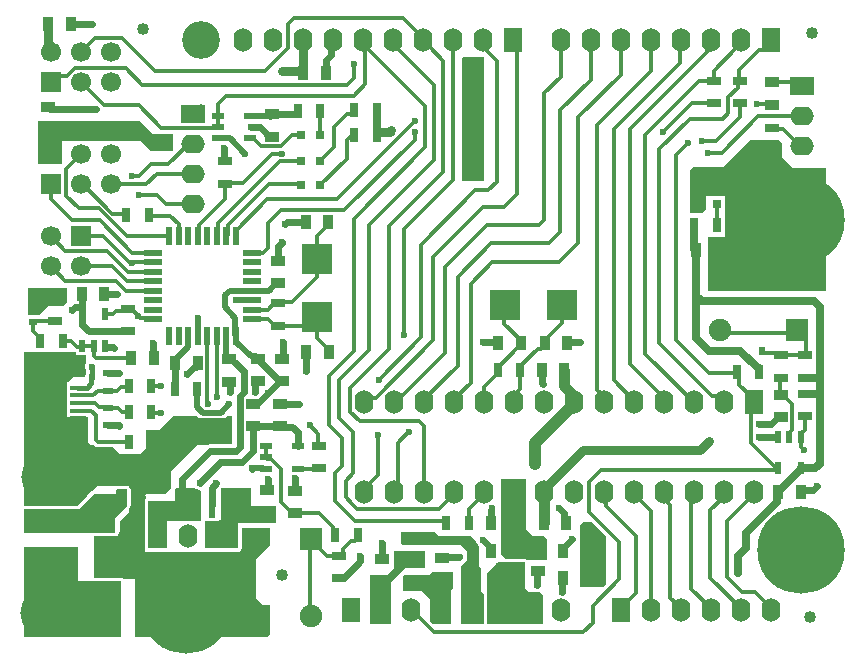
<source format=gtl>
G04*
G04 #@! TF.GenerationSoftware,Altium Limited,Altium Designer,21.1.1 (26)*
G04*
G04 Layer_Physical_Order=1*
G04 Layer_Color=255*
%FSLAX44Y44*%
%MOMM*%
G71*
G04*
G04 #@! TF.SameCoordinates,2A0D6200-5384-45BE-AE35-18FCF66999C0*
G04*
G04*
G04 #@! TF.FilePolarity,Positive*
G04*
G01*
G75*
%ADD11C,0.5000*%
%ADD12C,0.4000*%
%ADD14R,0.7000X1.3000*%
%ADD15R,0.6000X2.2000*%
%ADD16R,3.5000X2.2000*%
%ADD17R,2.7000X2.0000*%
%ADD18R,1.3000X0.7000*%
%ADD19R,1.6000X3.0000*%
%ADD20R,1.3500X0.4000*%
%ADD21R,1.9000X1.9000*%
%ADD22R,1.4000X1.6000*%
%ADD23R,0.5500X1.5000*%
%ADD24R,1.5000X0.5500*%
%ADD25R,1.0000X0.5500*%
%ADD26R,0.5500X1.0000*%
%ADD27R,2.5000X2.6000*%
%ADD28R,2.6000X2.5000*%
%ADD29R,0.9000X0.6000*%
%ADD30R,0.9000X1.3000*%
%ADD31R,1.3000X0.9000*%
%ADD32R,0.8000X0.8000*%
%ADD33R,0.6858X0.5588*%
%ADD34R,0.5588X0.6858*%
%ADD35C,0.6000*%
%ADD64C,1.9000*%
%ADD65R,1.9000X1.9000*%
%ADD71C,0.3000*%
%ADD72C,1.0160*%
%ADD73C,0.3000*%
%ADD74C,0.5500*%
%ADD75C,0.6500*%
%ADD76C,0.8000*%
%ADD77C,0.7000*%
%ADD78C,1.0000*%
%ADD79C,0.9000*%
%ADD80R,2.0000X1.6000*%
%ADD81O,2.0000X1.6000*%
%ADD82R,1.6000X2.0000*%
%ADD83O,1.6000X2.0000*%
%ADD84C,4.0000*%
%ADD85C,1.7000*%
%ADD86R,1.7000X1.7000*%
G04:AMPARAMS|DCode=87|XSize=2mm|YSize=1.2mm|CornerRadius=0.36mm|HoleSize=0mm|Usage=FLASHONLY|Rotation=0.000|XOffset=0mm|YOffset=0mm|HoleType=Round|Shape=RoundedRectangle|*
%AMROUNDEDRECTD87*
21,1,2.0000,0.4800,0,0,0.0*
21,1,1.2800,1.2000,0,0,0.0*
1,1,0.7200,0.6400,-0.2400*
1,1,0.7200,-0.6400,-0.2400*
1,1,0.7200,-0.6400,0.2400*
1,1,0.7200,0.6400,0.2400*
%
%ADD87ROUNDEDRECTD87*%
%ADD88C,7.4000*%
%ADD89C,3.2000*%
%ADD90C,0.6000*%
G36*
X112000Y429000D02*
X129000D01*
Y414000D01*
X110000D01*
X101000Y423000D01*
X35000D01*
Y403000D01*
X15000D01*
Y440000D01*
X101000D01*
X112000Y429000D01*
D02*
G37*
G36*
X38862Y286766D02*
X35560Y283464D01*
Y283210D01*
X23622D01*
X15700Y275288D01*
X6604D01*
Y297942D01*
X38862D01*
Y286766D01*
D02*
G37*
G36*
X46500Y241250D02*
X55000D01*
Y234754D01*
X54250Y232943D01*
Y230557D01*
X55000Y228746D01*
Y225726D01*
X54230Y223867D01*
Y223000D01*
X44000D01*
X40000Y219000D01*
Y219000D01*
X38995D01*
Y209000D01*
Y202500D01*
Y196000D01*
Y189500D01*
X57000D01*
Y168000D01*
X60000Y165000D01*
X61917D01*
X62013Y164904D01*
X63502Y163909D01*
X65257Y163560D01*
X78440D01*
X84000Y158000D01*
X101000D01*
X106000Y163000D01*
Y178000D01*
X117000D01*
X129000Y190000D01*
X149498D01*
X150890Y188609D01*
X152709Y187393D01*
X154855Y186966D01*
X169324D01*
X171470Y187393D01*
X173289Y188609D01*
X174681Y190000D01*
X179382D01*
Y166117D01*
X160000D01*
X157659Y165652D01*
X156683Y165000D01*
X149000D01*
X127000Y143000D01*
Y129000D01*
X122000Y124000D01*
X106000D01*
X105000Y123000D01*
X106000Y122000D01*
Y120272D01*
X105837Y120163D01*
X105174Y119171D01*
X104941Y118000D01*
Y78000D01*
X105174Y76830D01*
X105200Y76791D01*
Y75000D01*
X107704D01*
X108000Y74941D01*
X124000Y74941D01*
X124295Y75000D01*
X140879D01*
X141600Y74905D01*
X142321Y75000D01*
X155704D01*
X156000Y74941D01*
X166725D01*
X167000Y74905D01*
X167274Y74941D01*
X184000D01*
X185170Y75174D01*
X186163Y75837D01*
X186826Y76830D01*
X187059Y78000D01*
Y95000D01*
X211000D01*
Y81000D01*
X199000Y69000D01*
Y36000D01*
X205000Y30000D01*
X211000D01*
Y5000D01*
X209000Y3000D01*
X97000D01*
Y52000D01*
X87272D01*
X87163Y52163D01*
X86171Y52826D01*
X85000Y53059D01*
X62000D01*
Y87941D01*
X80000D01*
X81171Y88174D01*
X81658Y88500D01*
X82000D01*
Y88728D01*
X82163Y88837D01*
X82826Y89829D01*
X83059Y91000D01*
Y92059D01*
X84000Y93000D01*
Y101000D01*
X92000Y109000D01*
Y111653D01*
X92263Y111942D01*
X92534Y112393D01*
X92826Y112829D01*
X92840Y112902D01*
X92878Y112965D01*
X92956Y113485D01*
X93059Y114000D01*
X93059Y128000D01*
X92826Y129171D01*
X92163Y130163D01*
X92000Y130272D01*
Y131000D01*
X90295D01*
X90000Y131059D01*
X81898D01*
X81898Y131059D01*
X81603Y131000D01*
X65000D01*
X60819Y126819D01*
X60778Y126791D01*
X60717Y126777D01*
X60284Y126461D01*
X59837Y126163D01*
X59803Y126111D01*
X59752Y126075D01*
X55885Y121885D01*
X48059Y114059D01*
X3000Y114059D01*
Y244000D01*
X10264D01*
Y243738D01*
X23264D01*
Y244000D01*
X29264D01*
Y243738D01*
X42264D01*
Y244000D01*
X46500D01*
Y241250D01*
D02*
G37*
G36*
X147813Y128977D02*
X148239Y128551D01*
X148796Y128321D01*
X149297Y127986D01*
X149888Y127869D01*
X150444Y127638D01*
X151047D01*
X151638Y127520D01*
X151730Y127539D01*
X153000Y126742D01*
Y101295D01*
X152941Y101000D01*
Y101000D01*
X142321D01*
X141600Y101095D01*
X140879Y101000D01*
X124000D01*
Y78000D01*
X108000Y78000D01*
Y118000D01*
X131000D01*
Y128000D01*
X132000Y129000D01*
X147780D01*
X147813Y128977D01*
D02*
G37*
G36*
X90000Y114000D02*
X80000Y103000D01*
Y91000D01*
X3000D01*
Y111000D01*
X50000Y111000D01*
X62000Y124000D01*
X81000D01*
X81000Y127102D01*
X81898Y128000D01*
X90000D01*
X90000Y114000D01*
D02*
G37*
G36*
X195000Y114000D02*
X216000D01*
Y99000D01*
X184000D01*
Y78000D01*
X156000D01*
Y99730D01*
X156000Y101000D01*
X168000D01*
Y102000D01*
X170000D01*
Y128858D01*
X170095Y129000D01*
X195000D01*
Y114000D01*
D02*
G37*
G36*
X49000Y50000D02*
X85000D01*
Y3000D01*
X3000D01*
Y79000D01*
X49000D01*
Y50000D01*
D02*
G37*
G36*
X392684Y493903D02*
X392684Y388874D01*
X373634Y388874D01*
X373634Y492738D01*
X374799Y493903D01*
X392684Y493903D01*
D02*
G37*
G36*
X645000Y421000D02*
Y409000D01*
X654000Y400000D01*
X682000D01*
Y296000D01*
X582000D01*
Y341212D01*
X583034Y341782D01*
X596034D01*
Y360782D01*
X596000D01*
Y362062D01*
X596280D01*
Y376062D01*
X582280D01*
Y376000D01*
X580000D01*
Y365000D01*
X580000D01*
X577000Y362000D01*
X567000D01*
Y398000D01*
X570000Y401000D01*
X595000D01*
X618000Y424000D01*
X642000D01*
X645000Y421000D01*
D02*
G37*
G36*
X428000Y94000D02*
X434000Y88000D01*
X443000D01*
X446000Y85000D01*
Y68000D01*
X429272D01*
X429163Y68163D01*
X428171Y68826D01*
X427000Y69059D01*
X410941D01*
X407000Y73000D01*
Y137000D01*
X428000D01*
Y94000D01*
D02*
G37*
G36*
X496000Y87511D02*
X496000Y47321D01*
X493679Y45000D01*
X474000Y45000D01*
Y98000D01*
X476000Y100000D01*
X483511D01*
X496000Y87511D01*
D02*
G37*
G36*
X427000Y44000D02*
X430000Y41000D01*
X439000D01*
X442000Y38000D01*
Y14000D01*
X395059D01*
Y39000D01*
X395059Y39000D01*
X395000Y39296D01*
Y57000D01*
X404000Y66000D01*
X427000D01*
X427000Y44000D01*
D02*
G37*
G36*
X354000Y88000D02*
X381000D01*
X385976Y83024D01*
X386098Y82409D01*
X387424Y80424D01*
X388000Y79848D01*
Y63000D01*
X390000Y61000D01*
Y41000D01*
X392000Y39000D01*
Y14000D01*
X373000D01*
Y63000D01*
X378000Y68000D01*
Y76000D01*
X373000Y81000D01*
X323000D01*
X322000Y82000D01*
Y92000D01*
X350000D01*
X354000Y88000D01*
D02*
G37*
G36*
X366000Y44000D02*
X364000Y42000D01*
Y14000D01*
X348989D01*
X347000Y15989D01*
Y35000D01*
X340000Y42000D01*
X324000D01*
Y54674D01*
X324326Y55000D01*
X346000D01*
X349000Y58000D01*
X366000D01*
Y44000D01*
D02*
G37*
G36*
X342000Y61000D02*
X326000D01*
X314000Y49000D01*
Y14000D01*
X296000D01*
Y55000D01*
X310000Y55000D01*
X316000Y61000D01*
X316000Y76000D01*
X342000Y76000D01*
X342000Y61000D01*
D02*
G37*
D11*
X195000Y240500D02*
X199000D01*
X182000Y253250D02*
Y258000D01*
X182500Y253000D02*
X195000Y240500D01*
X199000D02*
X201000Y238500D01*
X173000Y292000D02*
X177000Y296000D01*
X196000D01*
X154855Y192574D02*
X169324D01*
X149500Y197929D02*
X154855Y192574D01*
X149500Y197929D02*
Y213000D01*
X169324Y192574D02*
X176500Y199750D01*
X181875Y258125D02*
Y273000D01*
X173000Y281875D02*
X181875Y273000D01*
X173000Y281875D02*
Y292000D01*
X196000Y296000D02*
X210000D01*
X142000Y248000D02*
Y258000D01*
X131000Y237000D02*
X142000Y248000D01*
X210000Y296000D02*
X216250Y302250D01*
X174000Y240500D02*
Y258000D01*
D12*
X48745Y214000D02*
X56000D01*
X59828Y217828D01*
Y222001D01*
X60039Y222212D01*
X59903Y222347D02*
X60039Y222212D01*
X59828Y222271D02*
X60230Y222674D01*
Y231730D01*
X60250Y231750D01*
D14*
X423000Y229000D02*
D03*
X404000D02*
D03*
X301500Y449000D02*
D03*
X282500D02*
D03*
Y428000D02*
D03*
X301500D02*
D03*
X108500Y360000D02*
D03*
X89500D02*
D03*
X110500Y215000D02*
D03*
X91500D02*
D03*
Y193000D02*
D03*
X110500D02*
D03*
Y168000D02*
D03*
X91500D02*
D03*
X379500Y99000D02*
D03*
X360500D02*
D03*
X625500Y227000D02*
D03*
X606500D02*
D03*
X253492Y447802D02*
D03*
X234492D02*
D03*
X589534Y351282D02*
D03*
X570534D02*
D03*
X16764Y253238D02*
D03*
X35764D02*
D03*
X285500Y89000D02*
D03*
X266500D02*
D03*
X149500Y213000D02*
D03*
X130500D02*
D03*
D15*
X136600Y115000D02*
D03*
X149300D02*
D03*
X162000D02*
D03*
X174700D02*
D03*
X187400D02*
D03*
D16*
X162000Y177000D02*
D03*
D17*
X21500Y68750D02*
D03*
Y100750D02*
D03*
D18*
X173250Y386500D02*
D03*
Y405500D02*
D03*
X91000Y261500D02*
D03*
Y280500D02*
D03*
X218000Y266500D02*
D03*
Y285500D02*
D03*
X609346Y473812D02*
D03*
Y454812D02*
D03*
X586740Y454660D02*
D03*
Y473660D02*
D03*
X636000Y433500D02*
D03*
Y414500D02*
D03*
X664000Y208750D02*
D03*
Y189750D02*
D03*
X29210Y270510D02*
D03*
Y289510D02*
D03*
X664000Y222500D02*
D03*
Y241500D02*
D03*
X270000Y71500D02*
D03*
Y52500D02*
D03*
X253000Y164500D02*
D03*
Y145500D02*
D03*
X643500Y222500D02*
D03*
Y241500D02*
D03*
X332740Y85954D02*
D03*
Y66954D02*
D03*
Y47904D02*
D03*
Y66904D02*
D03*
D19*
X70000Y71500D02*
D03*
Y30500D02*
D03*
X71000Y147500D02*
D03*
Y106500D02*
D03*
D20*
X48745Y214000D02*
D03*
Y207500D02*
D03*
Y201000D02*
D03*
Y194500D02*
D03*
Y188000D02*
D03*
D21*
X21995Y213000D02*
D03*
Y189000D02*
D03*
X245500Y85500D02*
D03*
D22*
X46495Y169000D02*
D03*
Y233000D02*
D03*
D23*
X182000Y258000D02*
D03*
X174000D02*
D03*
X166000D02*
D03*
X158000D02*
D03*
X150000D02*
D03*
X142000D02*
D03*
X134000D02*
D03*
X126000D02*
D03*
Y342000D02*
D03*
X134000D02*
D03*
X142000D02*
D03*
X150000D02*
D03*
X158000D02*
D03*
X166000D02*
D03*
X174000D02*
D03*
X182000D02*
D03*
D24*
X112000Y272000D02*
D03*
Y280000D02*
D03*
Y288000D02*
D03*
Y296000D02*
D03*
Y304000D02*
D03*
Y312000D02*
D03*
Y320000D02*
D03*
Y328000D02*
D03*
X196000Y320000D02*
D03*
Y312000D02*
D03*
Y304000D02*
D03*
Y296000D02*
D03*
Y288000D02*
D03*
Y280000D02*
D03*
Y272000D02*
D03*
Y328000D02*
D03*
D25*
X194500Y425000D02*
D03*
Y444000D02*
D03*
X167500Y425000D02*
D03*
Y434500D02*
D03*
Y444000D02*
D03*
X234480Y145440D02*
D03*
Y164440D02*
D03*
X207480Y145440D02*
D03*
Y154940D02*
D03*
Y164440D02*
D03*
D26*
X52250Y249250D02*
D03*
X61750D02*
D03*
X71250D02*
D03*
X52250Y276250D02*
D03*
X71250D02*
D03*
X660500Y172500D02*
D03*
X651000D02*
D03*
X641500D02*
D03*
X660500Y145500D02*
D03*
X641500D02*
D03*
D27*
X409750Y284250D02*
D03*
X458750D02*
D03*
D28*
X251000Y322500D02*
D03*
Y273500D02*
D03*
D29*
X74000Y226500D02*
D03*
Y211500D02*
D03*
Y182000D02*
D03*
Y197000D02*
D03*
D30*
X93522Y238760D02*
D03*
X112522D02*
D03*
X571500Y330200D02*
D03*
X590500D02*
D03*
X459500Y53000D02*
D03*
X478500D02*
D03*
X131000Y235000D02*
D03*
X150000D02*
D03*
X260500Y354000D02*
D03*
X241500D02*
D03*
X261000Y244000D02*
D03*
X242000D02*
D03*
X382000Y49000D02*
D03*
X401000D02*
D03*
X23500Y522000D02*
D03*
X42500D02*
D03*
X478500Y76000D02*
D03*
X459500D02*
D03*
X460500Y229000D02*
D03*
X441500D02*
D03*
X239420Y480568D02*
D03*
X258420D02*
D03*
X417500Y76000D02*
D03*
X398500D02*
D03*
X417000Y99000D02*
D03*
X398000D02*
D03*
X442772Y99314D02*
D03*
X461772D02*
D03*
X423250Y252000D02*
D03*
X404250D02*
D03*
X444000D02*
D03*
X463000D02*
D03*
X660500Y126000D02*
D03*
X641500D02*
D03*
X51866Y293624D02*
D03*
X70866D02*
D03*
D31*
X643500Y188750D02*
D03*
Y207750D02*
D03*
X232000Y126500D02*
D03*
Y107500D02*
D03*
X197000Y181500D02*
D03*
Y200500D02*
D03*
X438000Y58500D02*
D03*
Y77500D02*
D03*
X221250Y219250D02*
D03*
Y238250D02*
D03*
X201000Y238500D02*
D03*
Y219500D02*
D03*
X218250Y302250D02*
D03*
Y321250D02*
D03*
X176750Y238000D02*
D03*
Y219000D02*
D03*
X23000Y432750D02*
D03*
Y451750D02*
D03*
X636000Y472500D02*
D03*
Y453500D02*
D03*
X116000Y112500D02*
D03*
Y131500D02*
D03*
X209000Y108000D02*
D03*
Y127000D02*
D03*
X306000Y49500D02*
D03*
Y68500D02*
D03*
X356616Y50698D02*
D03*
Y69698D02*
D03*
X212500Y426500D02*
D03*
Y445500D02*
D03*
X219964Y181406D02*
D03*
Y200406D02*
D03*
D32*
X589280Y369062D02*
D03*
X573280D02*
D03*
X237492Y427482D02*
D03*
X253492D02*
D03*
X253500Y405500D02*
D03*
X237500D02*
D03*
X253500Y385250D02*
D03*
X237500D02*
D03*
D33*
X10668Y269494D02*
D03*
Y293878D02*
D03*
D34*
X628000Y245000D02*
D03*
X603616D02*
D03*
D35*
X459500Y78000D02*
X467153Y85653D01*
X459500Y76000D02*
Y78000D01*
X149700Y110500D02*
Y121000D01*
X162000Y129394D02*
X165441Y132835D01*
X162000Y115000D02*
Y129394D01*
X212558Y445558D02*
X212741Y445375D01*
X210968Y444000D02*
X212660Y445692D01*
X210500Y426500D02*
X212500D01*
X209000Y428000D02*
Y428500D01*
Y428000D02*
X210500Y426500D01*
X195409Y434591D02*
X202909D01*
X209000Y428500D01*
X258500Y480648D02*
Y491250D01*
Y480480D02*
Y480648D01*
X259080Y481228D01*
X258420Y480568D02*
X258500Y480648D01*
X223750Y352500D02*
X225250Y354000D01*
X160000Y160000D02*
X181985D01*
X185500Y163515D01*
Y207071D01*
X187490Y150691D02*
X197000Y160201D01*
X185500Y207071D02*
X188735Y210306D01*
X63209Y450250D02*
X63459Y450000D01*
X24500Y450250D02*
X63209D01*
X23000Y451750D02*
X24500Y450250D01*
X148500Y231500D02*
X150000Y233000D01*
X146500Y231500D02*
X148500D01*
X150000Y233000D02*
Y235000D01*
X140750Y225750D02*
X146500Y231500D01*
X270000Y52500D02*
X270500Y53000D01*
X287750Y67250D02*
Y71250D01*
X273500Y53000D02*
X287750Y67250D01*
X270500Y53000D02*
X273500D01*
X458750Y52250D02*
X459500Y53000D01*
X458750Y41250D02*
Y52250D01*
X456250Y111709D02*
X460272Y107687D01*
Y100814D02*
Y107687D01*
X259080Y491998D02*
X262600Y495518D01*
Y506440D01*
X83250Y182000D02*
X83487Y181763D01*
X74000Y182000D02*
X83250D01*
X52058Y276442D02*
Y284937D01*
X51004Y283883D02*
X51004D01*
X49300Y282179D02*
X51004Y283883D01*
X45959Y282179D02*
X49300D01*
X43180Y279400D02*
X45959Y282179D01*
X51004Y283883D02*
X52058Y284937D01*
X151638Y133638D02*
X168691Y150691D01*
X188735Y210306D02*
Y228015D01*
X180250Y236500D02*
X188735Y228015D01*
X137000Y137000D02*
X160000Y160000D01*
X639000Y172000D02*
X639000Y172000D01*
X625000Y172000D02*
X639000D01*
X219964Y181406D02*
X220634Y180736D01*
X219917Y181453D02*
X219964Y181406D01*
X641500Y188750D02*
X643500D01*
X635750Y183000D02*
X641500Y188750D01*
X625541Y183000D02*
X635750D01*
X201545Y237045D02*
X217750Y220841D01*
Y220750D02*
Y220841D01*
Y220750D02*
X219250Y219250D01*
X221250D01*
X197000Y160201D02*
Y181500D01*
X168691Y150691D02*
X187490D01*
X137000Y123334D02*
Y137000D01*
X670500Y127000D02*
X674500Y131000D01*
X661000Y127000D02*
X670500D01*
X441750Y217500D02*
Y228750D01*
X441500Y229000D02*
X441750Y228750D01*
Y217500D02*
X442000Y217250D01*
X391250Y252500D02*
X403750D01*
X404250Y252000D01*
X463000D02*
X463250Y252250D01*
X473750D01*
X442175Y202605D02*
X442850Y201930D01*
X70866Y293624D02*
X71240Y293250D01*
X81250D01*
X112386Y238896D02*
Y251864D01*
Y238896D02*
X112522Y238760D01*
X112250Y252000D02*
X112386Y251864D01*
X177250Y210000D02*
Y218500D01*
X198250Y210000D02*
Y218250D01*
X220011Y200453D02*
X235953D01*
X236000Y200500D01*
X219964Y200406D02*
X220011Y200453D01*
X241750Y243750D02*
X242000Y244000D01*
X241750Y228500D02*
Y243750D01*
X241500Y228250D02*
X241750Y228500D01*
X221250Y238250D02*
X221750Y238750D01*
Y252500D01*
X221000Y336709D02*
Y337250D01*
X218250Y321250D02*
Y333959D01*
X221000Y336709D01*
X225250Y354000D02*
X241500D01*
X44000Y522000D02*
X44500Y521500D01*
X60250D01*
X456250Y111709D02*
Y112250D01*
X391750Y84750D02*
Y85000D01*
X398500Y76000D02*
Y78000D01*
X391750Y84750D02*
X398500Y78000D01*
X398000Y99000D02*
Y109959D01*
X357168Y70750D02*
X371250D01*
X356616Y69698D02*
X357285Y70367D01*
X306000Y68498D02*
Y82000D01*
Y68498D02*
X306324Y68174D01*
X195500Y145500D02*
X195530Y145470D01*
X232000Y126500D02*
Y137250D01*
X209000Y127000D02*
X209500Y127500D01*
Y136750D01*
X72000Y248133D02*
X78617D01*
X79000Y247750D01*
X74000Y226500D02*
X83000D01*
X74000Y226500D02*
X74000Y226500D01*
X225750Y445250D02*
X232992D01*
X234492Y446750D02*
Y447802D01*
X232992Y445250D02*
X234492Y446750D01*
X225625Y445375D02*
X225750Y445250D01*
X212741Y445375D02*
X225625D01*
X172250Y406500D02*
X173250Y405500D01*
X172250Y406500D02*
Y417250D01*
X52058Y284937D02*
Y293432D01*
Y276442D02*
X52250Y276250D01*
X51866Y293624D02*
X52058Y293432D01*
X52250Y266750D02*
Y276250D01*
Y266750D02*
X57500Y261500D01*
X91000D01*
X234480Y164440D02*
Y176376D01*
X220634Y180736D02*
X230121D01*
X234480Y176376D01*
X197047Y181453D02*
X219917D01*
X197000Y181500D02*
X197047Y181453D01*
X437500Y47250D02*
Y58000D01*
X438000Y58500D01*
X130750Y234750D02*
X131000Y235000D01*
X130750Y213250D02*
Y234750D01*
X130500Y213000D02*
X130750Y213250D01*
X131000Y235000D02*
Y237000D01*
X209250Y209250D02*
X219250Y219250D01*
X200500Y200500D02*
X209250Y209250D01*
X216250Y302250D02*
X218250D01*
X116000Y112500D02*
X116200Y112300D01*
X238238Y481750D02*
X239420Y480568D01*
D64*
X657500Y307500D02*
D03*
X592500D02*
D03*
Y262500D02*
D03*
X245500Y20500D02*
D03*
X200500D02*
D03*
Y85500D02*
D03*
D65*
X657500Y262500D02*
D03*
D71*
X422371Y248454D02*
D03*
D72*
X103886Y517652D02*
D03*
X670052Y514096D02*
D03*
X668274Y19558D02*
D03*
X220980Y55118D02*
D03*
D73*
X457000Y501000D02*
X457200Y500800D01*
Y477200D02*
Y500800D01*
X359000Y316000D02*
X395000Y352000D01*
X317368Y201930D02*
X323167Y207729D01*
X323729D02*
X352000Y236000D01*
X352000D01*
X323167Y207729D02*
X323729D01*
X352000Y236000D02*
X359000Y243000D01*
Y316000D01*
X395000Y352000D02*
X439000D01*
X443000Y356000D01*
Y463000D01*
X457200Y477200D01*
X508000Y479000D02*
Y500000D01*
X253891Y77500D02*
X259736Y71655D01*
X253500Y77500D02*
X253891D01*
X283500Y84278D02*
Y84318D01*
X279858Y84278D02*
X283500D01*
X273323Y73500D02*
Y77743D01*
X245500Y85500D02*
X253500Y77500D01*
X259736Y71655D02*
X269845D01*
X273323Y77743D02*
X279858Y84278D01*
X661750Y176000D02*
X662243D01*
X660500Y174750D02*
X661750Y176000D01*
X662243D02*
X664000Y177757D01*
Y189750D01*
X660500Y164000D02*
Y174750D01*
X647250Y241500D02*
X667750D01*
X599000Y260500D02*
X665079D01*
X627536Y243250D02*
X638250D01*
X607154Y471812D02*
X609154Y473812D01*
X607154Y467569D02*
Y471812D01*
X609154Y473812D02*
X609346D01*
X599346Y459762D02*
X607154Y467569D01*
X529000Y428192D02*
X574468Y473660D01*
X586740D01*
X392673Y214673D02*
X402000Y224000D01*
X392050Y201930D02*
X392673Y202553D01*
Y214673D01*
X282500Y447507D02*
Y449000D01*
X265750Y417750D02*
Y435000D01*
X280500Y445507D02*
X282500Y447507D01*
X265750Y435000D02*
X276257Y445507D01*
X280500D01*
X245250Y20500D02*
Y85500D01*
X509000Y28400D02*
X521000Y40400D01*
X660500Y164000D02*
X663000Y161500D01*
X422371Y248454D02*
X423250Y249333D01*
Y252000D01*
X404000Y231000D02*
X420500Y247500D01*
X421493Y247750D02*
X421866Y247949D01*
X420500Y247500D02*
X421260Y247750D01*
X421493Y247750D01*
X421866Y247949D02*
X422371Y248454D01*
X423000Y232000D02*
X438000Y247000D01*
X423000Y212998D02*
Y229000D01*
X438000Y247000D02*
X441000D01*
X441250Y247250D01*
X423000Y229000D02*
Y232000D01*
X423250Y252000D02*
Y254000D01*
X101250Y273250D02*
X110750D01*
X274000Y364000D02*
X334010Y424010D01*
Y430276D01*
X289560Y505440D02*
X292000Y503000D01*
Y471000D02*
Y503000D01*
X342646Y452354D01*
Y417646D02*
Y452354D01*
X282000Y461000D02*
X292000Y471000D01*
X119000Y434000D02*
X167500D01*
X70240Y453000D02*
X100000D01*
X119000Y434000D01*
X167500Y434500D02*
Y444000D01*
Y454250D01*
X261000Y182484D02*
Y224000D01*
X282000Y245000D02*
Y357000D01*
X265787Y118213D02*
Y141581D01*
Y118213D02*
X283000Y101000D01*
X261000Y224000D02*
X282000Y245000D01*
X174250Y461000D02*
X282000D01*
X261000Y182484D02*
X271780Y171704D01*
X50800Y472440D02*
X70240Y453000D01*
X283000Y101000D02*
X358500D01*
X167500Y454250D02*
X174250Y461000D01*
X271780Y147574D02*
Y171704D01*
X265787Y141581D02*
X271780Y147574D01*
X282000Y357000D02*
X342646Y417646D01*
X358500Y101000D02*
X360500Y99000D01*
X365760Y499995D02*
X365765Y500000D01*
X366000D01*
X365760Y389760D02*
Y499995D01*
X345000Y502000D02*
X346360D01*
X357632Y490728D01*
X482595Y500000D02*
X482600Y499995D01*
X481000Y500000D02*
X482595D01*
X482600Y474600D02*
Y499995D01*
X533000Y500000D02*
X533395D01*
X533400Y499995D01*
Y481900D02*
Y499995D01*
X558000Y488750D02*
Y501000D01*
X502000Y432750D02*
X558000Y488750D01*
X581040Y500040D02*
X583040D01*
X580761Y499761D02*
X581040Y500040D01*
X580761Y497761D02*
Y499761D01*
X516000Y433000D02*
X580761Y497761D01*
X516000Y233937D02*
Y433000D01*
X586740Y482346D02*
X605000Y500606D01*
Y502000D01*
X586740Y473660D02*
Y482346D01*
X625406Y499872D02*
X629158D01*
X599346Y446103D02*
Y459762D01*
X594973Y441730D02*
X599346Y446103D01*
X540730Y415730D02*
X566730Y441730D01*
X608076Y475082D02*
Y482542D01*
X566730Y441730D02*
X594973D01*
X608076Y482542D02*
X625406Y499872D01*
X585210Y207250D02*
X589250D01*
X540730Y251730D02*
X585210Y207250D01*
X540730Y251730D02*
Y415730D01*
X319278Y167278D02*
X328250Y176250D01*
X328500D01*
X319278Y134676D02*
Y167278D01*
X302750Y140030D02*
Y174250D01*
X290450Y127730D02*
X302750Y140030D01*
X303250Y220750D02*
X339000Y256500D01*
Y335000D01*
X268292Y373750D02*
X333962Y439420D01*
X334264D01*
X209000Y373750D02*
X268292D01*
X276174Y423674D02*
X280500Y428000D01*
X275082Y121168D02*
X280416Y115834D01*
X275082Y121168D02*
Y135128D01*
X281686Y141732D01*
Y176276D01*
X269748Y188214D02*
X281686Y176276D01*
X269748Y188214D02*
Y220472D01*
X280416Y231140D01*
X312000Y246468D02*
Y351000D01*
X278950Y193723D02*
Y213418D01*
X312000Y246468D01*
X280416Y231140D02*
Y231394D01*
X295000Y245978D01*
Y352000D01*
X280416Y115834D02*
Y115834D01*
X362163Y121243D02*
X366650Y125730D01*
X354074Y111250D02*
X366650Y123826D01*
X278950Y193723D02*
X287173Y185500D01*
X280416Y115834D02*
X285000Y111250D01*
X287173Y185500D02*
X337000D01*
X66802Y355600D02*
X94402Y328000D01*
X25400Y373888D02*
X43688Y355600D01*
X66802D01*
X25400Y373888D02*
Y386080D01*
X94402Y328000D02*
X112000D01*
X150000Y342000D02*
X150850Y342850D01*
Y351764D01*
X172720Y373634D02*
Y386500D01*
X150850Y351764D02*
X172720Y373634D01*
X38909Y477520D02*
X45829Y484440D01*
X30480Y477520D02*
X38909D01*
X285000Y111250D02*
X354074D01*
X366650Y123826D02*
Y125730D01*
X543846Y430244D02*
X568261Y454660D01*
X586740D01*
X314960Y505290D02*
X350012Y470238D01*
Y407012D02*
Y470238D01*
X295000Y352000D02*
X350012Y407012D01*
X312000Y351000D02*
X357632Y396632D01*
Y490728D01*
X315850Y125730D02*
Y131248D01*
X319278Y134676D01*
X250869Y322369D02*
X251000Y322500D01*
X250869Y307257D02*
Y322369D01*
X229855Y286243D02*
X250869Y307257D01*
X215743Y286243D02*
X229855D01*
X444000Y254000D02*
X458507Y268507D01*
Y284007D02*
X458750Y284250D01*
X458507Y268507D02*
Y284007D01*
X409194Y268056D02*
X423250Y254000D01*
X409194Y268056D02*
Y279806D01*
X324358Y258572D02*
Y348358D01*
X365760Y389760D01*
X91352Y168148D02*
X91500Y168000D01*
X65257Y168148D02*
X91352D01*
X63500Y169905D02*
X65257Y168148D01*
X63500Y169905D02*
Y191000D01*
X60000Y194500D02*
X63500Y191000D01*
X264500Y93000D02*
Y96000D01*
Y93000D02*
X266500Y91000D01*
X232000Y107500D02*
X253000D01*
X264500Y96000D01*
X484250Y29082D02*
X506984Y51816D01*
Y83016D01*
X484250Y14750D02*
Y29082D01*
X481000Y109000D02*
X506984Y83016D01*
X618000Y167000D02*
X641000Y144000D01*
X606500Y226000D02*
X608500Y224000D01*
X207480Y154940D02*
Y164440D01*
Y154940D02*
X208730Y153690D01*
X211930D01*
X220465Y145155D01*
Y117035D02*
Y145155D01*
Y117035D02*
X230000Y107500D01*
X232000D01*
X245000Y182000D02*
X252000Y175000D01*
Y164500D02*
Y175000D01*
X234480Y145440D02*
X234510Y145470D01*
X249970D02*
X250000Y145500D01*
X234510Y145470D02*
X249970D01*
X403000Y388000D02*
Y490743D01*
X396000Y381000D02*
X403000Y388000D01*
X385000Y381000D02*
X396000D01*
X339000Y335000D02*
X385000Y381000D01*
X391160Y502583D02*
X403000Y490743D01*
X409000Y367000D02*
X420000Y378000D01*
X416560Y508000D02*
X420000Y504560D01*
Y378000D02*
Y504560D01*
X391146Y367000D02*
X409000D01*
X349000Y324854D02*
X391146Y367000D01*
X391160Y502583D02*
Y508000D01*
X349000Y254000D02*
Y324854D01*
X300529Y205529D02*
X349000Y254000D01*
X294049Y205529D02*
X300529D01*
X457000Y346000D02*
Y449000D01*
X398000Y336000D02*
X447000D01*
X457000Y346000D01*
Y449000D02*
X482600Y474600D01*
X472000Y443000D02*
X508000Y479000D01*
X456000Y320000D02*
X472000Y336000D01*
Y443000D01*
X555000Y254000D02*
Y411000D01*
X583000Y226000D02*
X606500D01*
X555000Y254000D02*
X583000Y226000D01*
X555000Y411000D02*
X565000Y421000D01*
X502000Y220072D02*
X519050Y203022D01*
X502000Y220072D02*
Y432750D01*
X529000Y242780D02*
X569850Y201930D01*
X529000Y242780D02*
Y428192D01*
X370000Y308000D02*
X398000Y336000D01*
X370000Y232680D02*
Y308000D01*
X341250Y203930D02*
X370000Y232680D01*
X381000Y218280D02*
Y302000D01*
X399000Y320000D01*
X456000D01*
X366650Y201930D02*
Y203930D01*
X381000Y218280D01*
X481000Y134000D02*
X491000Y144000D01*
X641000D01*
X618000Y167000D02*
Y199280D01*
X650000Y174250D02*
Y175000D01*
X653500Y178500D01*
Y199750D01*
X568000Y43600D02*
Y123880D01*
X569850Y125730D01*
X568000Y43600D02*
X584200Y27400D01*
X550000Y36200D02*
Y114662D01*
Y36200D02*
X558800Y27400D01*
X544450Y120212D02*
X550000Y114662D01*
X519050Y123730D02*
X533400Y109380D01*
Y25400D02*
Y109380D01*
X544450Y120212D02*
Y125730D01*
X521000Y40400D02*
Y88000D01*
X493650Y125730D02*
X495299Y124081D01*
Y113701D02*
Y124081D01*
Y113701D02*
X521000Y88000D01*
X519050Y123730D02*
Y125730D01*
X481000Y109000D02*
Y134000D01*
X100000Y393000D02*
X110000Y403000D01*
X125000D02*
X142600Y420600D01*
X110000Y403000D02*
X125000D01*
X142600Y420600D02*
X146000D01*
X94000Y393000D02*
X100000D01*
X106580Y386080D02*
X115700Y395200D01*
X146000D01*
X76200Y386080D02*
X106580D01*
X665079Y243671D02*
Y260500D01*
X618000Y199280D02*
X620650Y201930D01*
X175250Y351250D02*
X210000Y386000D01*
X236750D01*
X175250Y343250D02*
Y351250D01*
X236750Y386000D02*
X237500Y385250D01*
X182000Y346750D02*
X209000Y373750D01*
X167250Y353250D02*
X219500Y405500D01*
X188000Y387000D02*
X213000Y412000D01*
X219500Y405500D02*
X237500D01*
X167250Y343250D02*
Y353250D01*
X213000Y412000D02*
X221500D01*
X173750Y387000D02*
X188000D01*
X173250Y386500D02*
X173750Y387000D01*
X172720Y386500D02*
X173250D01*
X114000Y482000D02*
X207000D01*
X226500Y501500D02*
Y522000D01*
X85750Y510250D02*
X114000Y482000D01*
X207000D02*
X226500Y501500D01*
X63210Y510250D02*
X85750D01*
X577000Y423000D02*
X589000D01*
X609346Y443346D01*
Y454812D01*
X516000Y233937D02*
X544450Y205487D01*
X488000Y436500D02*
X533400Y481900D01*
X493650Y201930D02*
Y206537D01*
X488000Y212187D02*
X493650Y206537D01*
X488000Y212187D02*
Y436500D01*
X209750Y353250D02*
X220500Y364000D01*
X274000D01*
X594000Y413000D02*
X624600Y443600D01*
X582000Y413000D02*
X594000D01*
X624600Y443600D02*
X662000D01*
X519050Y201930D02*
Y203022D01*
X584000Y53000D02*
X609600Y27400D01*
X584000Y110473D02*
X595250Y121723D01*
X584000Y53000D02*
Y110473D01*
X598000Y53808D02*
Y101080D01*
Y53808D02*
X610831Y40977D01*
X598000Y101080D02*
X620650Y123730D01*
X595250Y121723D02*
Y125730D01*
X621423Y40977D02*
X635000Y27400D01*
X610831Y40977D02*
X621423D01*
X282250Y476250D02*
Y488250D01*
X276500Y470500D02*
X282250Y476250D01*
X91250Y214750D02*
X91500Y215000D01*
X82000Y211500D02*
X85250Y214750D01*
X65500Y211500D02*
X74000D01*
X85250Y214750D02*
X91250D01*
X74000Y211500D02*
X82000D01*
X82250Y197000D02*
X85500Y193750D01*
X90750D02*
X91500Y193000D01*
X74000Y197000D02*
X82250D01*
X85500Y193750D02*
X90750D01*
X48745Y194500D02*
X60000D01*
X78500Y276250D02*
X80750Y278500D01*
X89000D02*
X91000Y280500D01*
X80750Y278500D02*
X89000D01*
X71250Y276250D02*
X78500D01*
X91000Y280500D02*
X94000D01*
X77650Y316600D02*
X90250Y304000D01*
X50800Y316600D02*
X77650D01*
X37400Y304600D02*
X80650D01*
X89250Y296000D01*
X620650Y123730D02*
Y125730D01*
X636000Y433500D02*
X636750Y432750D01*
X645450D02*
X660000Y418200D01*
X636750Y432750D02*
X645450D01*
X645500Y207750D02*
X653500Y199750D01*
X643500Y207750D02*
X645500D01*
X643250Y208000D02*
Y222250D01*
Y208000D02*
X643500Y207750D01*
X94000Y320000D02*
X112000D01*
X100500Y377250D02*
X100750Y377000D01*
X115500D01*
X94000Y280500D02*
X99750Y274750D01*
X122700Y369800D02*
X146000D01*
X115500Y377000D02*
X122700Y369800D01*
X126750Y359250D02*
X133757Y352243D01*
X109250Y359250D02*
X126750D01*
X108500Y360000D02*
X109250Y359250D01*
X379500Y111180D02*
X392050Y123730D01*
Y125730D01*
X379500Y99000D02*
Y111180D01*
X166234Y206638D02*
Y257766D01*
X166000Y258000D02*
X166234Y257766D01*
Y206638D02*
X166468Y206404D01*
X158162Y200236D02*
X158324Y200074D01*
X158162Y200236D02*
Y257838D01*
X158000Y258000D02*
X158162Y257838D01*
X61750Y240975D02*
X63965Y238760D01*
X61750Y240975D02*
Y249250D01*
X63965Y238760D02*
X93522D01*
X110500Y193000D02*
X110750Y192750D01*
X118500D01*
X110500Y215000D02*
X118500D01*
X73750Y197250D02*
X74000Y197000D01*
X66500Y197250D02*
X73750D01*
X62750Y201000D02*
X66500Y197250D01*
X48745Y201000D02*
X62750D01*
X48745Y207500D02*
X61500D01*
X65500Y211500D01*
X47500Y248750D02*
X51750D01*
X52250Y249250D01*
X35764Y253238D02*
X43012D01*
X47500Y248750D01*
X10668Y262334D02*
X16764Y256238D01*
X10668Y262334D02*
Y269494D01*
X255500Y164940D02*
X256000Y164440D01*
X220750Y418500D02*
X229732Y427482D01*
X237492D01*
X203250Y418500D02*
X220750D01*
X196750Y425000D02*
X203250Y418500D01*
X194500Y425000D02*
X196750D01*
X253500Y405500D02*
X265750Y417750D01*
X276174Y407924D02*
Y423674D01*
X253500Y385250D02*
X276174Y407924D01*
X253492Y427482D02*
Y447802D01*
X166000Y342000D02*
X167250Y343250D01*
X174000Y342000D02*
X175250Y343250D01*
X182000Y342000D02*
Y346750D01*
X251000Y322500D02*
Y342500D01*
X260500Y352000D02*
Y354000D01*
X251000Y342500D02*
X260500Y352000D01*
X261000Y244000D02*
Y246000D01*
X251000Y256000D02*
X261000Y246000D01*
X251000Y256000D02*
Y261000D01*
X209500Y280000D02*
X215743Y286243D01*
X218000Y266500D02*
X244000D01*
X196000Y272000D02*
X209500D01*
X215000Y266500D01*
X218000D01*
X196000Y280000D02*
X209500D01*
X52250Y249250D02*
X61750D01*
X28702Y270002D02*
X29210Y270510D01*
X10668Y269494D02*
X11176Y270002D01*
X28702D01*
X16764Y253238D02*
Y256238D01*
X110750Y273250D02*
X112000Y272000D01*
X90250Y304000D02*
X112000D01*
X89250Y296000D02*
X112000D01*
X25400Y316600D02*
X37400Y304600D01*
X73000Y330000D02*
X91000Y312000D01*
X57000Y330000D02*
X57000Y330000D01*
X73000D01*
X25400Y342000D02*
X37400Y330000D01*
X57000D01*
X91000Y312000D02*
X112000D01*
X70000Y342000D02*
X92000Y320000D01*
X50800Y342000D02*
X70000D01*
X66000Y365750D02*
X89750Y342000D01*
X126000D01*
X50800Y386080D02*
X52741D01*
X49250Y365750D02*
X66000D01*
X52741Y386080D02*
X77571Y361250D01*
X88250D01*
X133757Y342243D02*
Y352243D01*
Y342243D02*
X134000Y342000D01*
X88250Y361250D02*
X89703Y359797D01*
X38750Y376250D02*
X49250Y365750D01*
X38750Y376250D02*
Y399430D01*
X50800Y411480D01*
X314960Y505290D02*
Y508000D01*
X103000Y470500D02*
X276500D01*
X89060Y484440D02*
X103000Y470500D01*
X45829Y484440D02*
X89060D01*
X231250Y526750D02*
X323610D01*
X226500Y522000D02*
X231250Y526750D01*
X323610D02*
X336180Y514180D01*
X50800Y497840D02*
X63210Y510250D01*
X417450Y207448D02*
X423000Y212998D01*
X417450Y201930D02*
Y207448D01*
X589407Y351409D02*
X589534Y351282D01*
X589280Y369062D02*
X589407Y368935D01*
Y351409D02*
Y368935D01*
X660000Y418200D02*
X662000D01*
X636000Y472500D02*
X658500D01*
X662000Y469000D01*
X145750Y446250D02*
X146000Y446000D01*
X152500Y452500D01*
X608500Y216080D02*
X620650Y203930D01*
X608500Y216080D02*
Y224000D01*
X476250Y6750D02*
X484250Y14750D01*
X349750Y6750D02*
X476250D01*
X331100Y25400D02*
X349750Y6750D01*
X330200Y25400D02*
X331100D01*
X209750Y335000D02*
Y353250D01*
X196000Y328000D02*
X196250Y328250D01*
X205500D01*
X209757Y332507D02*
Y334993D01*
X209750Y335000D02*
X209757Y334993D01*
X205500Y328250D02*
X209757Y332507D01*
X635750Y453750D02*
X636000Y453500D01*
X623500Y453750D02*
X635750D01*
X337000Y185500D02*
X341250Y181250D01*
X290450Y125730D02*
Y127730D01*
X341250Y125730D02*
Y181250D01*
D74*
X189639Y288000D02*
X196000D01*
X189639Y288000D02*
X189639Y288000D01*
X182118Y288036D02*
X182154Y288000D01*
X189639D01*
X205230Y145440D02*
X207480D01*
X195500Y145500D02*
X205170D01*
X205230Y145440D01*
X177000Y425000D02*
X190000Y412000D01*
X171388Y425000D02*
X177000D01*
X190000Y412000D02*
Y412000D01*
X150000Y258000D02*
Y272750D01*
X194500Y444000D02*
X210968D01*
D75*
X614000Y91250D02*
X640250Y117500D01*
Y124750D02*
X642750Y127250D01*
X614000Y78000D02*
Y91250D01*
X640250Y117500D02*
Y124750D01*
X642750Y127250D02*
X660000Y144500D01*
X676500Y149558D02*
Y208750D01*
X672692Y145750D02*
X676500Y149558D01*
X661000Y145750D02*
X672692D01*
X642750Y127250D02*
Y127250D01*
X664000Y208750D02*
X676500D01*
Y223000D01*
X625250Y230000D02*
Y230250D01*
X609500Y245000D02*
X624250Y230250D01*
X606033Y245000D02*
X609500D01*
X624250Y230250D02*
X625250D01*
X583000Y245000D02*
X601290D01*
X572000Y256000D02*
X583000Y245000D01*
X572000Y291686D02*
Y324548D01*
X571500Y330200D02*
X572000Y329700D01*
Y256000D02*
Y291686D01*
X576686Y287000D01*
X671814D01*
X570500Y331200D02*
Y348248D01*
X570534Y348282D02*
Y351282D01*
X570500Y331200D02*
X571500Y330200D01*
X570500Y348248D02*
X570534Y348282D01*
X608000Y72000D02*
X614000Y78000D01*
X607000Y71000D02*
X608000Y72000D01*
X607000Y57000D02*
Y71000D01*
X676500Y223000D02*
Y282314D01*
X676000Y222500D02*
X676500Y223000D01*
X664000Y222500D02*
X676000D01*
X671814Y287000D02*
X676500Y282314D01*
D76*
X239500Y480648D02*
Y507260D01*
X239420Y480568D02*
X239500Y480648D01*
X238760Y508000D02*
X239500Y507260D01*
X23678Y499562D02*
Y505926D01*
X23500Y506104D02*
X23678Y505926D01*
X23500Y506104D02*
Y522000D01*
X23678Y499562D02*
X25400Y497840D01*
X312500Y430500D02*
X314000Y432000D01*
X302000Y430500D02*
X312500D01*
X442850Y127730D02*
X476370Y161250D01*
X575500D01*
X583250Y169000D01*
X221000Y481750D02*
X238238D01*
D77*
X301500Y430000D02*
Y449000D01*
D78*
X442811Y125691D02*
X442850Y125730D01*
Y127730D01*
X435250Y149250D02*
Y166930D01*
X468250Y199930D01*
Y201930D01*
Y207177D01*
D79*
X442811Y99353D02*
Y125691D01*
X460500Y214927D02*
X468250Y207177D01*
X460500Y214927D02*
Y229000D01*
D80*
X146000Y446000D02*
D03*
X662000Y469000D02*
D03*
D81*
X146000Y420600D02*
D03*
Y395200D02*
D03*
Y369800D02*
D03*
X662000Y418200D02*
D03*
Y443600D02*
D03*
D82*
X116200Y88000D02*
D03*
X416560Y508000D02*
D03*
X635000D02*
D03*
X279400Y25400D02*
D03*
X508000D02*
D03*
X620650Y201930D02*
D03*
D83*
X141600Y88000D02*
D03*
X167000D02*
D03*
X391160Y508000D02*
D03*
X365760D02*
D03*
X340360D02*
D03*
X314960D02*
D03*
X289560D02*
D03*
X264160D02*
D03*
X238760D02*
D03*
X213360D02*
D03*
X187960D02*
D03*
X457200D02*
D03*
X482600D02*
D03*
X508000D02*
D03*
X533400D02*
D03*
X558800D02*
D03*
X584200D02*
D03*
X609600D02*
D03*
X457200Y25400D02*
D03*
X431800D02*
D03*
X406400D02*
D03*
X381000D02*
D03*
X355600D02*
D03*
X330200D02*
D03*
X304800D02*
D03*
X533400D02*
D03*
X558800D02*
D03*
X609600D02*
D03*
X635000D02*
D03*
X584200D02*
D03*
X290450Y125730D02*
D03*
X315850D02*
D03*
X341250D02*
D03*
X366650D02*
D03*
X392050D02*
D03*
X417450D02*
D03*
X442850D02*
D03*
X468250D02*
D03*
X493650D02*
D03*
X519050D02*
D03*
X544450D02*
D03*
X569850D02*
D03*
X595250D02*
D03*
X620650D02*
D03*
X290450Y201930D02*
D03*
X315850D02*
D03*
X341250D02*
D03*
X366650D02*
D03*
X392050D02*
D03*
X417450D02*
D03*
X442850D02*
D03*
X468250D02*
D03*
X493650D02*
D03*
X519050D02*
D03*
X544450D02*
D03*
X569850D02*
D03*
X595250D02*
D03*
D84*
X20000Y23000D02*
D03*
X21000Y138000D02*
D03*
D85*
X25400Y316600D02*
D03*
X50800D02*
D03*
X25400Y342000D02*
D03*
X76200Y411480D02*
D03*
X50800D02*
D03*
X25400D02*
D03*
X76200Y386080D02*
D03*
X50800D02*
D03*
X76200Y497840D02*
D03*
X50800D02*
D03*
X25400D02*
D03*
X76200Y472440D02*
D03*
X50800D02*
D03*
D86*
Y342000D02*
D03*
X25400Y386080D02*
D03*
Y472440D02*
D03*
D87*
X21995Y234000D02*
D03*
Y168000D02*
D03*
D88*
X660400Y76200D02*
D03*
Y355600D02*
D03*
X139700Y25400D02*
D03*
D89*
X152400Y508000D02*
D03*
D90*
X467153Y85653D02*
D03*
X165441Y132835D02*
D03*
X328500Y176250D02*
D03*
X302750Y174250D02*
D03*
X303250Y220750D02*
D03*
X314000Y432000D02*
D03*
X182118Y288036D02*
D03*
X116000Y148000D02*
D03*
X124000Y156000D02*
D03*
X116000D02*
D03*
X108000D02*
D03*
X129000Y176000D02*
D03*
X137000Y167000D02*
D03*
Y176000D02*
D03*
Y184000D02*
D03*
X387000Y482000D02*
D03*
X377750D02*
D03*
X543846Y430244D02*
D03*
X334264Y439420D02*
D03*
X334010Y430276D02*
D03*
X387096Y394462D02*
D03*
X378206D02*
D03*
X387152Y402507D02*
D03*
X387002Y489319D02*
D03*
X324358Y258572D02*
D03*
X10668Y278384D02*
D03*
X151638Y133638D02*
D03*
X245000Y182000D02*
D03*
X577000Y390000D02*
D03*
X581000Y397000D02*
D03*
X607000Y57000D02*
D03*
X414000Y63000D02*
D03*
X405000D02*
D03*
X321000Y72000D02*
D03*
X120000Y425000D02*
D03*
X125000Y418000D02*
D03*
X625000Y172000D02*
D03*
X625541Y183000D02*
D03*
X577000Y423000D02*
D03*
X565000Y421000D02*
D03*
X377952Y489204D02*
D03*
X582000Y413000D02*
D03*
X378206Y402590D02*
D03*
X94000Y393000D02*
D03*
X608000Y72000D02*
D03*
X85000Y115000D02*
D03*
Y123000D02*
D03*
X63459Y450000D02*
D03*
X60230Y222674D02*
D03*
X282250Y488250D02*
D03*
X674500Y131000D02*
D03*
X442000Y217250D02*
D03*
X573000Y397000D02*
D03*
X391250Y252500D02*
D03*
X473750Y252250D02*
D03*
X81250Y293250D02*
D03*
X112250Y252000D02*
D03*
X150000Y272750D02*
D03*
X140750Y225750D02*
D03*
X177250Y210000D02*
D03*
X198250D02*
D03*
X236000Y200500D02*
D03*
X241500Y228250D02*
D03*
X221750Y252500D02*
D03*
X221000Y337250D02*
D03*
X223750Y352500D02*
D03*
X195409Y434591D02*
D03*
X190000Y412000D02*
D03*
X60250Y521500D02*
D03*
X456250Y112250D02*
D03*
X423000Y63000D02*
D03*
X391750Y85000D02*
D03*
X399500Y112000D02*
D03*
X371750Y70750D02*
D03*
X306000Y82000D02*
D03*
X195500Y145500D02*
D03*
X232000Y137250D02*
D03*
X209500Y136750D02*
D03*
X79000Y247750D02*
D03*
X83000Y226500D02*
D03*
X83487Y181763D02*
D03*
X225750Y445250D02*
D03*
X172250Y417250D02*
D03*
X114000Y418000D02*
D03*
X43180Y279400D02*
D03*
X321000Y63000D02*
D03*
X287750Y71250D02*
D03*
X437500Y47250D02*
D03*
X458750Y41250D02*
D03*
X94000Y319750D02*
D03*
X100500Y377250D02*
D03*
X99750Y274750D02*
D03*
X480500Y93500D02*
D03*
X435250Y149250D02*
D03*
X166468Y206404D02*
D03*
X209250Y209250D02*
D03*
X176500Y199750D02*
D03*
X158324Y200074D02*
D03*
X60250Y231750D02*
D03*
X118500Y192750D02*
D03*
Y215000D02*
D03*
X221500Y412000D02*
D03*
X221000Y481750D02*
D03*
X583250Y169000D02*
D03*
X663000Y161500D02*
D03*
X623500Y453750D02*
D03*
M02*

</source>
